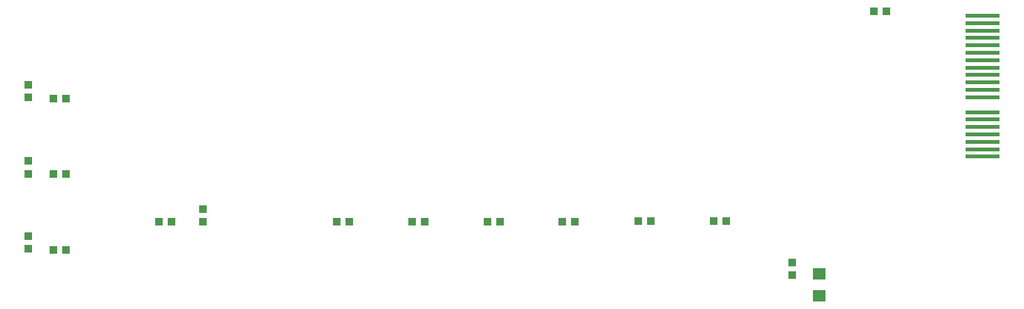
<source format=gtp>
G04*
G04 #@! TF.GenerationSoftware,Altium Limited,Altium Designer,22.11.1 (43)*
G04*
G04 Layer_Color=8421504*
%FSAX25Y25*%
%MOIN*%
G70*
G04*
G04 #@! TF.SameCoordinates,EBA4B4AC-1B08-4463-AFC9-2197B451F785*
G04*
G04*
G04 #@! TF.FilePolarity,Positive*
G04*
G01*
G75*
%ADD17R,0.04331X0.03937*%
%ADD18R,0.03937X0.04331*%
%ADD19R,0.18300X0.02400*%
%ADD20R,0.07087X0.05906*%
D17*
X0558465Y0236614D02*
D03*
X0565157D02*
D03*
X0185827Y0124882D02*
D03*
X0179134D02*
D03*
X0123228Y0109843D02*
D03*
X0129921D02*
D03*
X0123228Y0150394D02*
D03*
X0129921D02*
D03*
X0123228Y0190157D02*
D03*
X0129921D02*
D03*
X0313583Y0124803D02*
D03*
X0320275D02*
D03*
X0353543Y0124803D02*
D03*
X0360236D02*
D03*
X0393307Y0124803D02*
D03*
X0400000D02*
D03*
X0433620Y0125211D02*
D03*
X0440312D02*
D03*
X0473622Y0125197D02*
D03*
X0480315D02*
D03*
X0280315Y0124803D02*
D03*
X0273622D02*
D03*
D18*
X0202756Y0131496D02*
D03*
Y0124803D02*
D03*
X0109843Y0157087D02*
D03*
Y0150394D02*
D03*
Y0117323D02*
D03*
Y0110630D02*
D03*
Y0197638D02*
D03*
Y0190945D02*
D03*
X0515354Y0096457D02*
D03*
Y0103149D02*
D03*
D19*
X0616142Y0159449D02*
D03*
Y0163386D02*
D03*
Y0167323D02*
D03*
Y0171260D02*
D03*
Y0175197D02*
D03*
Y0179134D02*
D03*
Y0183071D02*
D03*
Y0190945D02*
D03*
Y0194882D02*
D03*
Y0202756D02*
D03*
Y0206693D02*
D03*
Y0210630D02*
D03*
Y0214567D02*
D03*
Y0218504D02*
D03*
Y0222441D02*
D03*
Y0226378D02*
D03*
Y0230315D02*
D03*
Y0198819D02*
D03*
Y0234252D02*
D03*
D20*
X0529528Y0097244D02*
D03*
Y0085433D02*
D03*
M02*

</source>
